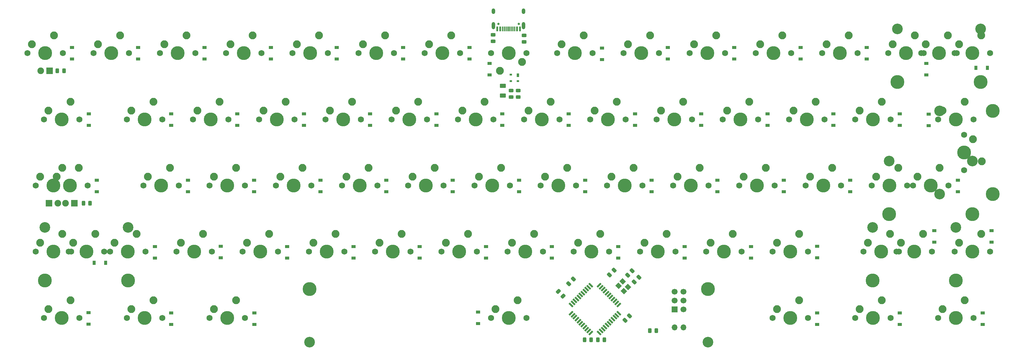
<source format=gbs>
G04 #@! TF.GenerationSoftware,KiCad,Pcbnew,(5.99.0-12639-gf606679164)*
G04 #@! TF.CreationDate,2021-10-23T17:35:33+02:00*
G04 #@! TF.ProjectId,IDB_reborn,4944425f-7265-4626-9f72-6e2e6b696361,rev?*
G04 #@! TF.SameCoordinates,Original*
G04 #@! TF.FileFunction,Soldermask,Bot*
G04 #@! TF.FilePolarity,Negative*
%FSLAX46Y46*%
G04 Gerber Fmt 4.6, Leading zero omitted, Abs format (unit mm)*
G04 Created by KiCad (PCBNEW (5.99.0-12639-gf606679164)) date 2021-10-23 17:35:33*
%MOMM*%
%LPD*%
G01*
G04 APERTURE LIST*
G04 Aperture macros list*
%AMRoundRect*
0 Rectangle with rounded corners*
0 $1 Rounding radius*
0 $2 $3 $4 $5 $6 $7 $8 $9 X,Y pos of 4 corners*
0 Add a 4 corners polygon primitive as box body*
4,1,4,$2,$3,$4,$5,$6,$7,$8,$9,$2,$3,0*
0 Add four circle primitives for the rounded corners*
1,1,$1+$1,$2,$3*
1,1,$1+$1,$4,$5*
1,1,$1+$1,$6,$7*
1,1,$1+$1,$8,$9*
0 Add four rect primitives between the rounded corners*
20,1,$1+$1,$2,$3,$4,$5,0*
20,1,$1+$1,$4,$5,$6,$7,0*
20,1,$1+$1,$6,$7,$8,$9,0*
20,1,$1+$1,$8,$9,$2,$3,0*%
%AMRotRect*
0 Rectangle, with rotation*
0 The origin of the aperture is its center*
0 $1 length*
0 $2 width*
0 $3 Rotation angle, in degrees counterclockwise*
0 Add horizontal line*
21,1,$1,$2,0,0,$3*%
G04 Aperture macros list end*
%ADD10C,1.750000*%
%ADD11C,3.987800*%
%ADD12C,2.250000*%
%ADD13C,1.905000*%
%ADD14R,1.905000X1.905000*%
%ADD15C,3.048000*%
%ADD16O,1.700000X1.700000*%
%ADD17R,1.200000X0.900000*%
%ADD18RoundRect,0.243750X-0.243750X-0.456250X0.243750X-0.456250X0.243750X0.456250X-0.243750X0.456250X0*%
%ADD19R,0.900000X1.200000*%
%ADD20RoundRect,0.243750X0.494975X0.150260X0.150260X0.494975X-0.494975X-0.150260X-0.150260X-0.494975X0*%
%ADD21RoundRect,0.243750X0.243750X0.456250X-0.243750X0.456250X-0.243750X-0.456250X0.243750X-0.456250X0*%
%ADD22RoundRect,0.243750X0.150260X-0.494975X0.494975X-0.150260X-0.150260X0.494975X-0.494975X0.150260X0*%
%ADD23RoundRect,0.243750X-0.150260X0.494975X-0.494975X0.150260X0.150260X-0.494975X0.494975X-0.150260X0*%
%ADD24RoundRect,0.250000X0.625000X-0.375000X0.625000X0.375000X-0.625000X0.375000X-0.625000X-0.375000X0*%
%ADD25C,1.700000*%
%ADD26R,1.700000X1.700000*%
%ADD27RoundRect,0.243750X0.456250X-0.243750X0.456250X0.243750X-0.456250X0.243750X-0.456250X-0.243750X0*%
%ADD28R,0.700000X1.000000*%
%ADD29R,0.700000X0.600000*%
%ADD30RotRect,1.500000X0.550000X315.000000*%
%ADD31RotRect,1.500000X0.550000X225.000000*%
%ADD32C,0.650000*%
%ADD33R,0.600000X1.450000*%
%ADD34R,0.300000X1.450000*%
%ADD35O,1.000000X2.100000*%
%ADD36O,1.000000X1.600000*%
%ADD37RotRect,1.400000X1.200000X135.000000*%
G04 APERTURE END LIST*
D10*
X-5080000Y-101531250D03*
D11*
X0Y-101531250D03*
D10*
X5080000Y-101531250D03*
D12*
X-3810000Y-98991250D03*
X2540000Y-96451250D03*
D13*
X-1270000Y-106611250D03*
D14*
X1270000Y-106611250D03*
D11*
X19000000Y-101531250D03*
D10*
X13920000Y-101531250D03*
X24080000Y-101531250D03*
D12*
X15190000Y-98991250D03*
X21540000Y-96451250D03*
D10*
X32920000Y-101531250D03*
X43080000Y-101531250D03*
D11*
X38000000Y-101531250D03*
D12*
X34190000Y-98991250D03*
X40540000Y-96451250D03*
D10*
X51920000Y-101531250D03*
X62080000Y-101531250D03*
D11*
X57000000Y-101531250D03*
D12*
X53190000Y-98991250D03*
X59540000Y-96451250D03*
D11*
X76000000Y-101531250D03*
D10*
X81080000Y-101531250D03*
X70920000Y-101531250D03*
D12*
X72190000Y-98991250D03*
X78540000Y-96451250D03*
D10*
X100080000Y-101531250D03*
X89920000Y-101531250D03*
D11*
X95000000Y-101531250D03*
D12*
X91190000Y-98991250D03*
X97540000Y-96451250D03*
D10*
X108920000Y-101531250D03*
X119080000Y-101531250D03*
D11*
X114000000Y-101531250D03*
D12*
X110190000Y-98991250D03*
X116540000Y-96451250D03*
D11*
X152000000Y-101531250D03*
D10*
X157080000Y-101531250D03*
X146920000Y-101531250D03*
D12*
X148190000Y-98991250D03*
X154540000Y-96451250D03*
D10*
X165920000Y-101531250D03*
D11*
X171000000Y-101531250D03*
D10*
X176080000Y-101531250D03*
D12*
X167190000Y-98991250D03*
X173540000Y-96451250D03*
D10*
X184920000Y-101531250D03*
D11*
X190000000Y-101531250D03*
D10*
X195080000Y-101531250D03*
D12*
X186190000Y-98991250D03*
X192540000Y-96451250D03*
D11*
X209000000Y-101531250D03*
D10*
X214080000Y-101531250D03*
X203920000Y-101531250D03*
D12*
X205190000Y-98991250D03*
X211540000Y-96451250D03*
D11*
X228000000Y-101531250D03*
D10*
X233080000Y-101531250D03*
X222920000Y-101531250D03*
D12*
X224190000Y-98991250D03*
X230540000Y-96451250D03*
D11*
X244562000Y-109786250D03*
X256500000Y-101531250D03*
D10*
X251420000Y-101531250D03*
D11*
X268438000Y-109786250D03*
D15*
X244562000Y-94546250D03*
D10*
X261580000Y-101531250D03*
D15*
X268438000Y-94546250D03*
D12*
X252690000Y-98991250D03*
X259040000Y-96451250D03*
D10*
X9830000Y-120531250D03*
X-330000Y-120531250D03*
D11*
X4750000Y-120531250D03*
D12*
X940000Y-117991250D03*
X7290000Y-115451250D03*
D10*
X33580000Y-120531250D03*
X23420000Y-120531250D03*
D11*
X28500000Y-120531250D03*
D12*
X24690000Y-117991250D03*
X31040000Y-115451250D03*
D11*
X47500000Y-120531250D03*
D10*
X42420000Y-120531250D03*
X52580000Y-120531250D03*
D12*
X43690000Y-117991250D03*
X50040000Y-115451250D03*
D10*
X61420000Y-120531250D03*
D11*
X66500000Y-120531250D03*
D10*
X71580000Y-120531250D03*
D12*
X62690000Y-117991250D03*
X69040000Y-115451250D03*
D11*
X85500000Y-120531250D03*
D10*
X80420000Y-120531250D03*
X90580000Y-120531250D03*
D12*
X81690000Y-117991250D03*
X88040000Y-115451250D03*
D11*
X104500000Y-120531250D03*
D10*
X99420000Y-120531250D03*
X109580000Y-120531250D03*
D12*
X100690000Y-117991250D03*
X107040000Y-115451250D03*
D10*
X128580000Y-120531250D03*
D11*
X123500000Y-120531250D03*
D10*
X118420000Y-120531250D03*
D12*
X119690000Y-117991250D03*
X126040000Y-115451250D03*
D10*
X147580000Y-120531250D03*
D11*
X142500000Y-120531250D03*
D10*
X137420000Y-120531250D03*
D12*
X138690000Y-117991250D03*
X145040000Y-115451250D03*
D10*
X166580000Y-120531250D03*
D11*
X161500000Y-120531250D03*
D10*
X156420000Y-120531250D03*
D12*
X157690000Y-117991250D03*
X164040000Y-115451250D03*
D11*
X180500000Y-120531250D03*
D10*
X185580000Y-120531250D03*
X175420000Y-120531250D03*
D12*
X176690000Y-117991250D03*
X183040000Y-115451250D03*
D10*
X204580000Y-120531250D03*
D11*
X199500000Y-120531250D03*
D10*
X194420000Y-120531250D03*
D12*
X195690000Y-117991250D03*
X202040000Y-115451250D03*
D11*
X218500000Y-120531250D03*
D10*
X223580000Y-120531250D03*
X213420000Y-120531250D03*
D12*
X214690000Y-117991250D03*
X221040000Y-115451250D03*
D10*
X242580000Y-120531250D03*
X232420000Y-120531250D03*
D11*
X237500000Y-120531250D03*
D12*
X233690000Y-117991250D03*
X240040000Y-115451250D03*
D11*
X261250000Y-120531250D03*
D10*
X266330000Y-120531250D03*
X256170000Y-120531250D03*
D12*
X257440000Y-117991250D03*
X263790000Y-115451250D03*
D11*
X7125000Y-139531250D03*
D10*
X12205000Y-139531250D03*
X2045000Y-139531250D03*
D12*
X3315000Y-136991250D03*
X9665000Y-134451250D03*
D13*
X5855000Y-144611250D03*
D14*
X8395000Y-144611250D03*
D10*
X47170000Y-139531250D03*
D11*
X52250000Y-139531250D03*
D10*
X57330000Y-139531250D03*
D12*
X48440000Y-136991250D03*
X54790000Y-134451250D03*
D10*
X66170000Y-139531250D03*
X76330000Y-139531250D03*
D11*
X71250000Y-139531250D03*
D12*
X67440000Y-136991250D03*
X73790000Y-134451250D03*
D10*
X85170000Y-139531250D03*
D11*
X90250000Y-139531250D03*
D10*
X95330000Y-139531250D03*
D12*
X86440000Y-136991250D03*
X92790000Y-134451250D03*
D10*
X104170000Y-139531250D03*
X114330000Y-139531250D03*
D11*
X109250000Y-139531250D03*
D12*
X105440000Y-136991250D03*
X111790000Y-134451250D03*
D10*
X133330000Y-139531250D03*
D11*
X128250000Y-139531250D03*
D10*
X123170000Y-139531250D03*
D12*
X124440000Y-136991250D03*
X130790000Y-134451250D03*
D10*
X171330000Y-139531250D03*
X161170000Y-139531250D03*
D11*
X166250000Y-139531250D03*
D12*
X162440000Y-136991250D03*
X168790000Y-134451250D03*
D10*
X190330000Y-139531250D03*
D11*
X185250000Y-139531250D03*
D10*
X180170000Y-139531250D03*
D12*
X181440000Y-136991250D03*
X187790000Y-134451250D03*
D10*
X199170000Y-139531250D03*
D11*
X204250000Y-139531250D03*
D10*
X209330000Y-139531250D03*
D12*
X200440000Y-136991250D03*
X206790000Y-134451250D03*
D10*
X218170000Y-139531250D03*
D11*
X223250000Y-139531250D03*
D10*
X228330000Y-139531250D03*
D12*
X219440000Y-136991250D03*
X225790000Y-134451250D03*
D10*
X247330000Y-139531250D03*
D11*
X242250000Y-139531250D03*
D10*
X237170000Y-139531250D03*
D12*
X238440000Y-136991250D03*
X244790000Y-134451250D03*
D10*
X7455000Y-158531250D03*
D11*
X2375000Y-158531250D03*
D10*
X-2705000Y-158531250D03*
D12*
X-1435000Y-155991250D03*
X4915000Y-153451250D03*
D10*
X18670000Y-158531250D03*
X28830000Y-158531250D03*
D11*
X23750000Y-158531250D03*
D12*
X19940000Y-155991250D03*
X26290000Y-153451250D03*
D11*
X42750000Y-158531250D03*
D10*
X37670000Y-158531250D03*
X47830000Y-158531250D03*
D12*
X38940000Y-155991250D03*
X45290000Y-153451250D03*
D10*
X56670000Y-158531250D03*
X66830000Y-158531250D03*
D11*
X61750000Y-158531250D03*
D12*
X57940000Y-155991250D03*
X64290000Y-153451250D03*
D10*
X85830000Y-158531250D03*
D11*
X80750000Y-158531250D03*
D10*
X75670000Y-158531250D03*
D12*
X76940000Y-155991250D03*
X83290000Y-153451250D03*
D10*
X104830000Y-158531250D03*
D11*
X99750000Y-158531250D03*
D10*
X94670000Y-158531250D03*
D12*
X95940000Y-155991250D03*
X102290000Y-153451250D03*
D11*
X118750000Y-158531250D03*
D10*
X113670000Y-158531250D03*
X123830000Y-158531250D03*
D12*
X114940000Y-155991250D03*
X121290000Y-153451250D03*
D10*
X142830000Y-158531250D03*
X132670000Y-158531250D03*
D11*
X137750000Y-158531250D03*
D12*
X133940000Y-155991250D03*
X140290000Y-153451250D03*
D11*
X175750000Y-158531250D03*
D10*
X170670000Y-158531250D03*
X180830000Y-158531250D03*
D12*
X171940000Y-155991250D03*
X178290000Y-153451250D03*
D11*
X194750000Y-158531250D03*
D10*
X189670000Y-158531250D03*
X199830000Y-158531250D03*
D12*
X190940000Y-155991250D03*
X197290000Y-153451250D03*
D11*
X213750000Y-158531250D03*
D10*
X208670000Y-158531250D03*
X218830000Y-158531250D03*
D12*
X209940000Y-155991250D03*
X216290000Y-153451250D03*
D10*
X244955000Y-158531250D03*
X234795000Y-158531250D03*
D11*
X239875000Y-158531250D03*
D12*
X236065000Y-155991250D03*
X242415000Y-153451250D03*
D11*
X4750000Y-177531250D03*
D10*
X9830000Y-177531250D03*
X-330000Y-177531250D03*
D12*
X940000Y-174991250D03*
X7290000Y-172451250D03*
D10*
X23420000Y-177531250D03*
D11*
X28500000Y-177531250D03*
D10*
X33580000Y-177531250D03*
D12*
X24690000Y-174991250D03*
X31040000Y-172451250D03*
D11*
X52250000Y-177531250D03*
D10*
X57330000Y-177531250D03*
X47170000Y-177531250D03*
D12*
X48440000Y-174991250D03*
X54790000Y-172451250D03*
D10*
X138080000Y-177531250D03*
D15*
X190150000Y-184516250D03*
D11*
X133000000Y-177531250D03*
D10*
X127920000Y-177531250D03*
D15*
X75850000Y-184516250D03*
D11*
X190150000Y-169276250D03*
X75850000Y-169276250D03*
D12*
X129190000Y-174991250D03*
X135540000Y-172451250D03*
D11*
X213750000Y-177531250D03*
D10*
X208670000Y-177531250D03*
X218830000Y-177531250D03*
D12*
X209940000Y-174991250D03*
X216290000Y-172451250D03*
D10*
X232420000Y-177531250D03*
D11*
X237500000Y-177531250D03*
D10*
X242580000Y-177531250D03*
D12*
X233690000Y-174991250D03*
X240040000Y-172451250D03*
D10*
X266330000Y-177531250D03*
X256170000Y-177531250D03*
D11*
X261250000Y-177531250D03*
D12*
X257440000Y-174991250D03*
X263790000Y-172451250D03*
D10*
X241920000Y-101531250D03*
D11*
X247000000Y-101531250D03*
D10*
X252080000Y-101531250D03*
D12*
X243190000Y-98991250D03*
X249540000Y-96451250D03*
D11*
X271880000Y-118093250D03*
D10*
X263625000Y-135111250D03*
D11*
X263625000Y-130031250D03*
D15*
X256640000Y-118093250D03*
D10*
X263625000Y-124951250D03*
D15*
X256640000Y-141969250D03*
D11*
X271880000Y-141969250D03*
D12*
X266165000Y-126221250D03*
X268705000Y-132571250D03*
D10*
X-2705000Y-139531250D03*
D11*
X2375000Y-139531250D03*
D10*
X7455000Y-139531250D03*
D12*
X-1435000Y-136991250D03*
X4915000Y-134451250D03*
D13*
X3645000Y-144611250D03*
D14*
X1105000Y-144611250D03*
D15*
X23813000Y-151546250D03*
D10*
X16955000Y-158531250D03*
D11*
X23813000Y-166786250D03*
D10*
X6795000Y-158531250D03*
D11*
X-63000Y-166786250D03*
D15*
X-63000Y-151546250D03*
D11*
X11875000Y-158531250D03*
D12*
X8065000Y-155991250D03*
X14415000Y-153451250D03*
D15*
X237437000Y-151546250D03*
D11*
X249375000Y-158531250D03*
D15*
X261313000Y-151546250D03*
D11*
X261313000Y-166786250D03*
X237437000Y-166786250D03*
D10*
X254455000Y-158531250D03*
X244295000Y-158531250D03*
D12*
X245565000Y-155991250D03*
X251915000Y-153451250D03*
D10*
X260920000Y-101531250D03*
X271080000Y-101531250D03*
D11*
X266000000Y-101531250D03*
D12*
X262190000Y-98991250D03*
X268540000Y-96451250D03*
D10*
X142170000Y-139531250D03*
D11*
X147250000Y-139531250D03*
D10*
X152330000Y-139531250D03*
D12*
X143440000Y-136991250D03*
X149790000Y-134451250D03*
D10*
X38330000Y-139531250D03*
X28170000Y-139531250D03*
D11*
X33250000Y-139531250D03*
D12*
X29440000Y-136991250D03*
X35790000Y-134451250D03*
D10*
X271080000Y-158531250D03*
D11*
X266000000Y-158531250D03*
D10*
X260920000Y-158531250D03*
D12*
X262190000Y-155991250D03*
X268540000Y-153451250D03*
D10*
X161830000Y-158531250D03*
D11*
X156750000Y-158531250D03*
D10*
X151670000Y-158531250D03*
D12*
X152940000Y-155991250D03*
X159290000Y-153451250D03*
D11*
X242187000Y-147786250D03*
X266063000Y-147786250D03*
D10*
X249045000Y-139531250D03*
D15*
X242187000Y-132546250D03*
X266063000Y-132546250D03*
D11*
X254125000Y-139531250D03*
D10*
X259205000Y-139531250D03*
D12*
X250315000Y-136991250D03*
X256665000Y-134451250D03*
D16*
X180594000Y-180271250D03*
X183134000Y-180271250D03*
D10*
X138080560Y-101527200D03*
D11*
X133000560Y-101527200D03*
D10*
X127920560Y-101527200D03*
D12*
X136810560Y-104067200D03*
X130460560Y-106607200D03*
D17*
X188214000Y-122300000D03*
X188214000Y-119000000D03*
X207264000Y-122300000D03*
X207264000Y-119000000D03*
X78994000Y-141350000D03*
X78994000Y-138050000D03*
X97917000Y-141350000D03*
X97917000Y-138050000D03*
X31496000Y-160400000D03*
X31496000Y-157100000D03*
X50419000Y-160273000D03*
X50419000Y-156973000D03*
X88519000Y-160400000D03*
X88519000Y-157100000D03*
X202565000Y-160400000D03*
X202565000Y-157100000D03*
X271526000Y-155828000D03*
X271526000Y-152528000D03*
X36195000Y-179450000D03*
X36195000Y-176150000D03*
X60071000Y-179450000D03*
X60071000Y-176150000D03*
X124206000Y-179196000D03*
X124206000Y-175896000D03*
X245237000Y-179450000D03*
X245237000Y-176150000D03*
X268986000Y-179450000D03*
X268986000Y-176150000D03*
X121793000Y-103250000D03*
X121793000Y-99950000D03*
X235712000Y-103250000D03*
X235712000Y-99950000D03*
X197739000Y-103250000D03*
X197739000Y-99950000D03*
X74295000Y-122300000D03*
X74295000Y-119000000D03*
X36195000Y-122300000D03*
X36195000Y-119000000D03*
X12573000Y-122300000D03*
X12573000Y-119000000D03*
X45720000Y-103250000D03*
X45720000Y-99950000D03*
X26670000Y-103250000D03*
X26670000Y-99950000D03*
X178689000Y-103250000D03*
X178689000Y-99950000D03*
X55118000Y-122300000D03*
X55118000Y-119000000D03*
X127508000Y-107753250D03*
X127508000Y-104453250D03*
X64770000Y-103250000D03*
X64770000Y-99950000D03*
X102743000Y-103250000D03*
X102743000Y-99950000D03*
X93218000Y-122300000D03*
X93218000Y-119000000D03*
X216789000Y-103250000D03*
X216789000Y-99950000D03*
X159766000Y-103377000D03*
X159766000Y-100077000D03*
X252857000Y-107822000D03*
X252857000Y-104522000D03*
X83693000Y-103250000D03*
X83693000Y-99950000D03*
X7747000Y-103250000D03*
X7747000Y-99950000D03*
D18*
X11000500Y-144584250D03*
X12875500Y-144584250D03*
D17*
X231013000Y-141350000D03*
X231013000Y-138050000D03*
D19*
X267082000Y-105791000D03*
X270382000Y-105791000D03*
X17398000Y-161729250D03*
X14098000Y-161729250D03*
D17*
X255143000Y-155828000D03*
X255143000Y-152528000D03*
X164465000Y-160400000D03*
X164465000Y-157100000D03*
X69469000Y-160400000D03*
X69469000Y-157100000D03*
X183515000Y-160400000D03*
X183515000Y-157100000D03*
X107442000Y-160400000D03*
X107442000Y-157100000D03*
X211963000Y-141350000D03*
X211963000Y-138050000D03*
X192913000Y-141350000D03*
X192913000Y-138050000D03*
X261874000Y-141350000D03*
X261874000Y-138050000D03*
X145415000Y-160400000D03*
X145415000Y-157100000D03*
X126492000Y-160400000D03*
X126492000Y-157100000D03*
X253492000Y-122358250D03*
X253492000Y-119058250D03*
X112268000Y-122300000D03*
X112268000Y-119000000D03*
X131191000Y-122300000D03*
X131191000Y-119000000D03*
X59944000Y-141350000D03*
X59944000Y-138050000D03*
X41021000Y-141350000D03*
X41021000Y-138050000D03*
X173990000Y-141350000D03*
X173990000Y-138050000D03*
X245237000Y-122300000D03*
X245237000Y-119000000D03*
X154940000Y-141350000D03*
X154940000Y-138050000D03*
X226187000Y-122300000D03*
X226187000Y-119000000D03*
X116967000Y-141350000D03*
X116967000Y-138050000D03*
X150241000Y-122300000D03*
X150241000Y-119000000D03*
X14859000Y-141350000D03*
X14859000Y-138050000D03*
X169291000Y-122300000D03*
X169291000Y-119000000D03*
X136017000Y-141350000D03*
X136017000Y-138050000D03*
X12446000Y-179323000D03*
X12446000Y-176023000D03*
X221488000Y-179450000D03*
X221488000Y-176150000D03*
D20*
X148590000Y-171282163D03*
X147264174Y-169956337D03*
D21*
X156639500Y-183827250D03*
X154764500Y-183827250D03*
D22*
X161897087Y-165186163D03*
X163222913Y-163860337D03*
X166342087Y-178267163D03*
X167667913Y-176941337D03*
D23*
X151538913Y-166400337D03*
X150213087Y-167726163D03*
D22*
X169009087Y-167218163D03*
X170334913Y-165892337D03*
X167104087Y-165313163D03*
X168429913Y-163987337D03*
D24*
X131318000Y-113726250D03*
X131318000Y-110926250D03*
D25*
X183134000Y-169984250D03*
X180594000Y-169984250D03*
X183134000Y-172524250D03*
X180594000Y-172524250D03*
X183134000Y-175064250D03*
D26*
X180594000Y-175064250D03*
D18*
X173512000Y-181160250D03*
X175387000Y-181160250D03*
D27*
X128524000Y-98150750D03*
X128524000Y-96275750D03*
X135763000Y-114152750D03*
X135763000Y-112277750D03*
X133731000Y-114152750D03*
X133731000Y-112277750D03*
X137414000Y-98326250D03*
X137414000Y-96451250D03*
D18*
X158574500Y-183827250D03*
X160449500Y-183827250D03*
D28*
X135620000Y-107893250D03*
D29*
X135620000Y-109593250D03*
X133620000Y-109593250D03*
X133620000Y-107693250D03*
D30*
X150875064Y-173803918D03*
X151440750Y-173238233D03*
X152006435Y-172672548D03*
X152572120Y-172106862D03*
X153137806Y-171541177D03*
X153703491Y-170975491D03*
X154269177Y-170409806D03*
X154834862Y-169844120D03*
X155400548Y-169278435D03*
X155966233Y-168712750D03*
X156531918Y-168147064D03*
D31*
X158936082Y-168147064D03*
X159501767Y-168712750D03*
X160067452Y-169278435D03*
X160633138Y-169844120D03*
X161198823Y-170409806D03*
X161764509Y-170975491D03*
X162330194Y-171541177D03*
X162895880Y-172106862D03*
X163461565Y-172672548D03*
X164027250Y-173238233D03*
X164592936Y-173803918D03*
D30*
X164592936Y-176208082D03*
X164027250Y-176773767D03*
X163461565Y-177339452D03*
X162895880Y-177905138D03*
X162330194Y-178470823D03*
X161764509Y-179036509D03*
X161198823Y-179602194D03*
X160633138Y-180167880D03*
X160067452Y-180733565D03*
X159501767Y-181299250D03*
X158936082Y-181864936D03*
D31*
X156531918Y-181864936D03*
X155966233Y-181299250D03*
X155400548Y-180733565D03*
X154834862Y-180167880D03*
X154269177Y-179602194D03*
X153703491Y-179036509D03*
X153137806Y-178470823D03*
X152572120Y-177905138D03*
X152006435Y-177339452D03*
X151440750Y-176773767D03*
X150875064Y-176208082D03*
D17*
X221488000Y-160273000D03*
X221488000Y-156973000D03*
D32*
X130079000Y-93118000D03*
X135859000Y-93118000D03*
D33*
X129744000Y-94563000D03*
X130519000Y-94563000D03*
D34*
X131219000Y-94563000D03*
X131719000Y-94563000D03*
X132219000Y-94563000D03*
X132719000Y-94563000D03*
X133219000Y-94563000D03*
X133719000Y-94563000D03*
X134219000Y-94563000D03*
X134719000Y-94563000D03*
D33*
X135419000Y-94563000D03*
X136194000Y-94563000D03*
D35*
X137289000Y-93648000D03*
D36*
X137289000Y-89468000D03*
D35*
X128649000Y-93648000D03*
D36*
X128649000Y-89468000D03*
D18*
X3507500Y-106611250D03*
X5382500Y-106611250D03*
D37*
X166038777Y-169839108D03*
X164483142Y-168283473D03*
X165685223Y-167081392D03*
X167240858Y-168637027D03*
M02*

</source>
